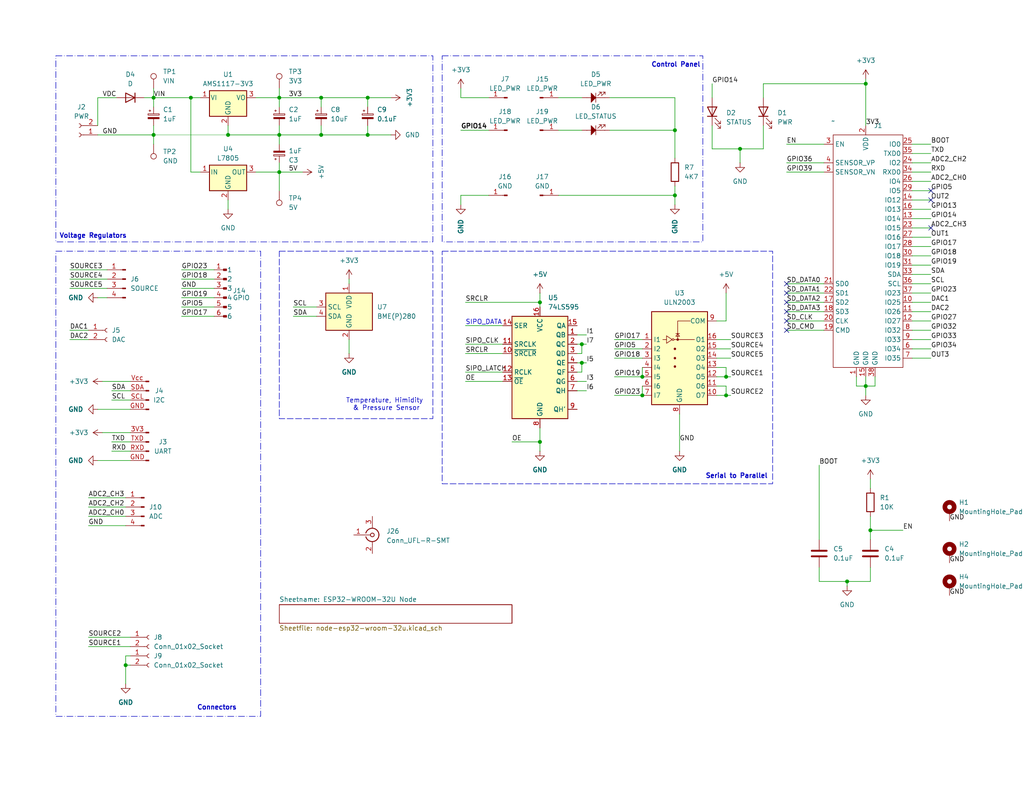
<source format=kicad_sch>
(kicad_sch (version 20231120) (generator "eeschema") (generator_version "8.0")
  (paper "USLetter")
  (title_block (title "ESP32 Sensor Node") (date "2024-07-03") (rev "v2.0") (comment 1 "ESP32-WROOM-32D Adapter"))
  (lib_symbols
    (symbol "+3V3_1" (power) (pin_numbers hide) (pin_names (offset 0) hide)
      (property "Value" "+3V3" (at 0 3.556 0))
      (symbol "+3V3_1_1_1"
        (pin power_in line (at 0 0 90) (length 0) (name "~") (number "1"))
      )
    )
    (symbol "+5V_1" (power) (pin_numbers hide) (pin_names (offset 0) hide)
      (property "Value" "+5V" (at 0 3.556 0))
      (symbol "+5V_1_1_1"
        (pin power_in line (at 0 0 90) (length 0) (name "~") (number "1"))
      )
    )
    (symbol "74xx:74LS595"
      (property "Reference" "U" (at -7.62 13.97 0))
      (property "Value" "74LS595" (at -7.62 -16.51 0))
      (symbol "74LS595_1_0"
        (pin tri_state line (at 10.16 7.62 180) (length 2.54) (name "QB") (number "1"))
        (pin input line (at -10.16 2.54 0) (length 2.54) (name "~{SRCLR}") (number "10"))
        (pin input line (at -10.16 5.08 0) (length 2.54) (name "SRCLK") (number "11"))
        (pin input line (at -10.16 -2.54 0) (length 2.54) (name "RCLK") (number "12"))
        (pin input line (at -10.16 -5.08 0) (length 2.54) (name "~{OE}") (number "13"))
        (pin input line (at -10.16 10.16 0) (length 2.54) (name "SER") (number "14"))
        (pin tri_state line (at 10.16 10.16 180) (length 2.54) (name "QA") (number "15"))
        (pin power_in line (at 0 15.24 270) (length 2.54) (name "VCC") (number "16"))
        (pin tri_state line (at 10.16 5.08 180) (length 2.54) (name "QC") (number "2"))
        (pin tri_state line (at 10.16 2.54 180) (length 2.54) (name "QD") (number "3"))
        (pin tri_state line (at 10.16 0 180) (length 2.54) (name "QE") (number "4"))
        (pin tri_state line (at 10.16 -2.54 180) (length 2.54) (name "QF") (number "5"))
        (pin tri_state line (at 10.16 -5.08 180) (length 2.54) (name "QG") (number "6"))
        (pin tri_state line (at 10.16 -7.62 180) (length 2.54) (name "QH") (number "7"))
        (pin power_in line (at 0 -17.78 90) (length 2.54) (name "GND") (number "8"))
        (pin output line (at 10.16 -12.7 180) (length 2.54) (name "QH'") (number "9"))
      )
    )
    (symbol "Alexander Symbol Library 2:Conn_UFL-R-SMT" (pin_names (offset 1.016) hide)
      (property "Reference" "J" (at -3.81 4.064 0))
      (property "Value" "Conn_UFL-R-SMT" (at 2.921 0 90))
      (symbol "Conn_UFL-R-SMT_1_1"
        (pin passive line (at -5.08 0 0) (length 2.54) (name "SIGNAL") (number "1"))
        (pin passive line (at 0 -5.08 90) (length 2.54) (name "GND") (number "2"))
        (pin passive line (at 0 5.08 270) (length 3.048) (name "GND") (number "3"))
      )
    )
    (symbol "Alexander Symbol Library:BME(P)280"
      (property "Reference" "U" (at -7.62 10.16 0))
      (property "Value" "BME(P)280" (at 5.08 10.16 0))
      (symbol "BME(P)280_1_1"
        (pin power_in line (at -1.27 10.16 270) (length 2.54) (name "VDD") (number "1"))
        (pin power_out line (at -1.27 -5.08 90) (length 2.54) (name "GND") (number "2"))
        (pin input line (at -10.16 3.81 0) (length 2.54) (name "SCL") (number "3"))
        (pin bidirectional line (at -10.16 1.27 0) (length 2.54) (name "SDA") (number "4"))
      )
    )
    (symbol "Alexander_Library_Symbols:Conn_2x3" (pin_names (offset 1.016))
      (property "Reference" "J" (at 0 0 0))
      (symbol "Conn_2x3_1_1"
        (pin bidirectional line (at -2.54 -2.54 0) (length 2.54) (name "1") (number "1"))
        (pin bidirectional line (at -2.54 -5.08 0) (length 2.54) (name "2") (number "2"))
        (pin bidirectional line (at -2.54 -7.62 0) (length 2.54) (name "3") (number "3"))
        (pin bidirectional line (at -2.54 -10.16 0) (length 2.54) (name "4") (number "4"))
        (pin bidirectional line (at -2.54 -12.7 0) (length 2.54) (name "5") (number "5"))
        (pin bidirectional line (at -2.54 -15.24 0) (length 2.54) (name "6") (number "6"))
      )
    )
    (symbol "Alexander_Library_Symbols:Conn_I2C_01x04" (pin_names (offset 1.016) hide)
      (property "Reference" "J" (at 0 5.08 0))
      (property "Value" "I2C" (at 0 -7.62 0))
      (symbol "Conn_I2C_01x04_1_1"
        (pin power_out line (at 5.08 -5.08 180) (length 3.81) (name "GND") (number "GND"))
        (pin bidirectional line (at 5.08 -2.54 180) (length 3.81) (name "SCL") (number "SCL"))
        (pin bidirectional line (at 5.08 0 180) (length 3.81) (name "SDA") (number "SDA"))
        (pin power_in line (at 5.08 2.54 180) (length 3.81) (name "VCC") (number "Vcc"))
      )
    )
    (symbol "Alexander_Library_Symbols:ESP32-WROOM-32D-SOCKET"
      (property "Reference" "J" (at 0 0 0))
      (symbol "ESP32-WROOM-32D-SOCKET_1_1"
        (pin power_out line (at 6.35 -69.85 90) (length 2.54) (name "GND") (number "1"))
        (pin bidirectional line (at 21.59 -49.53 180) (length 2.54) (name "IO25") (number "10"))
        (pin bidirectional line (at 21.59 -52.07 180) (length 2.54) (name "IO26") (number "11"))
        (pin bidirectional line (at 21.59 -54.61 180) (length 2.54) (name "IO27") (number "12"))
        (pin bidirectional line (at 21.59 -26.67 180) (length 2.54) (name "IO14") (number "13"))
        (pin bidirectional line (at 21.59 -21.59 180) (length 2.54) (name "IO12") (number "14"))
        (pin power_out line (at 8.89 -69.85 90) (length 2.54) (name "GND") (number "15"))
        (pin bidirectional line (at 21.59 -24.13 180) (length 2.54) (name "IO13") (number "16"))
        (pin input line (at -2.54 -49.53 0) (length 2.54) (name "SD2") (number "17"))
        (pin input line (at -2.54 -52.07 0) (length 2.54) (name "SD3") (number "18"))
        (pin input line (at -2.54 -57.15 0) (length 2.54) (name "CMD") (number "19"))
        (pin power_in line (at 8.89 -1.27 270) (length 2.54) (name "VDD") (number "2"))
        (pin input line (at -2.54 -54.61 0) (length 2.54) (name "CLK") (number "20"))
        (pin input line (at -2.54 -44.45 0) (length 2.54) (name "SD0") (number "21"))
        (pin input line (at -2.54 -46.99 0) (length 2.54) (name "SD1") (number "22"))
        (pin bidirectional line (at 21.59 -29.21 180) (length 2.54) (name "IO15") (number "23"))
        (pin bidirectional line (at 21.59 -11.43 180) (length 2.54) (name "IO2") (number "24"))
        (pin bidirectional line (at 21.59 -6.35 180) (length 2.54) (name "IO0") (number "25"))
        (pin bidirectional line (at 21.59 -16.51 180) (length 2.54) (name "IO4") (number "26"))
        (pin bidirectional line (at 21.59 -31.75 180) (length 2.54) (name "IO16") (number "27"))
        (pin bidirectional line (at 21.59 -34.29 180) (length 2.54) (name "IO17") (number "28"))
        (pin bidirectional line (at 21.59 -19.05 180) (length 2.54) (name "IO5") (number "29"))
        (pin input line (at -2.54 -6.35 0) (length 2.54) (name "EN") (number "3"))
        (pin bidirectional line (at 21.59 -36.83 180) (length 2.54) (name "IO18") (number "30"))
        (pin bidirectional line (at 21.59 -39.37 180) (length 2.54) (name "IO19") (number "31"))
        (pin bidirectional line (at 21.59 -41.91 180) (length 2.54) (name "SDA") (number "33"))
        (pin input line (at 21.59 -13.97 180) (length 2.54) (name "RXD0") (number "34"))
        (pin output line (at 21.59 -8.89 180) (length 2.54) (name "TXD0") (number "35"))
        (pin bidirectional line (at 21.59 -44.45 180) (length 2.54) (name "SCL") (number "36"))
        (pin bidirectional line (at 21.59 -46.99 180) (length 2.54) (name "IO23") (number "37"))
        (pin power_out line (at 11.43 -69.85 90) (length 2.54) (name "GND") (number "38"))
        (pin input line (at -2.54 -11.43 0) (length 2.54) (name "SENSOR_VP") (number "4"))
        (pin input line (at -2.54 -13.97 0) (length 2.54) (name "SENSOR_VN") (number "5"))
        (pin bidirectional line (at 21.59 -62.23 180) (length 2.54) (name "IO34") (number "6"))
        (pin bidirectional line (at 21.59 -64.77 180) (length 2.54) (name "IO35") (number "7"))
        (pin bidirectional line (at 21.59 -57.15 180) (length 2.54) (name "IO32") (number "8"))
        (pin bidirectional line (at 21.59 -59.69 180) (length 2.54) (name "IO33") (number "9"))
      )
    )
    (symbol "Conn_UART_1" (pin_names (offset 1.016) hide)
      (property "Reference" "J" (at 1.27 3.81 0))
      (property "Value" "UART" (at 2.54 -10.16 0))
      (symbol "Conn_UART_1_1_1"
        (pin power_in line (at 5.08 0 180) (length 3.81) (name "3V3") (number "3V3"))
        (pin power_out line (at 5.08 -7.62 180) (length 3.81) (name "GND") (number "GND"))
        (pin input line (at 5.08 -5.08 180) (length 3.81) (name "RXD") (number "RXD"))
        (pin output line (at 5.08 -2.54 180) (length 3.81) (name "TXD") (number "TXD"))
      )
    )
    (symbol "Connector:Conn_01x01_Pin" (pin_names (offset 1.016) hide)
      (property "Reference" "J" (at 0 2.54 0))
      (property "Value" "Conn_01x01_Pin" (at 0 -2.54 0))
      (symbol "Conn_01x01_Pin_1_1"
        (pin passive line (at 5.08 0 180) (length 3.81) (name "Pin_1") (number "1"))
      )
    )
    (symbol "Connector:Conn_01x02_Socket" (pin_names (offset 1.016) hide)
      (property "Reference" "J" (at 0 2.54 0))
      (property "Value" "Conn_01x02_Socket" (at 0 -5.08 0))
      (symbol "Conn_01x02_Socket_1_1"
        (pin passive line (at -5.08 0 0) (length 3.81) (name "Pin_1") (number "1"))
        (pin passive line (at -5.08 -2.54 0) (length 3.81) (name "Pin_2") (number "2"))
      )
    )
    (symbol "Connector:Conn_01x04_Pin" (pin_names (offset 1.016) hide)
      (property "Reference" "J" (at 0 5.08 0))
      (property "Value" "I2C" (at 0 -7.62 0))
      (symbol "Conn_01x04_Pin_1_1"
        (pin passive line (at 5.08 2.54 180) (length 3.81) (name "Pin_1") (number "1"))
        (pin passive line (at 5.08 0 180) (length 3.81) (name "Pin_2") (number "2"))
        (pin passive line (at 5.08 -2.54 180) (length 3.81) (name "Pin_3") (number "3"))
        (pin passive line (at 5.08 -5.08 180) (length 3.81) (name "Pin_4") (number "4"))
      )
    )
    (symbol "Connector:TestPoint" (pin_numbers hide) (pin_names (offset 0.762) hide)
      (property "Reference" "TP" (at 0 6.858 0))
      (property "Value" "TestPoint" (at 0 5.08 0))
      (symbol "TestPoint_1_1"
        (pin passive line (at 0 0 90) (length 2.54) (name "1") (number "1"))
      )
    )
    (symbol "Device:C" (pin_numbers hide) (pin_names (offset 0.254))
      (property "Reference" "C" (at 0.635 2.54 0))
      (property "Value" "C" (at 0.635 -2.54 0))
      (symbol "C_1_1"
        (pin passive line (at 0 3.81 270) (length 2.794) (name "~") (number "1"))
        (pin passive line (at 0 -3.81 90) (length 2.794) (name "~") (number "2"))
      )
    )
    (symbol "Device:C_Polarized_Small" (pin_numbers hide) (pin_names (offset 0.254) hide)
      (property "Reference" "C" (at 0.254 1.778 0))
      (property "Value" "C_Polarized_Small" (at 0.254 -2.032 0))
      (symbol "C_Polarized_Small_1_1"
        (pin passive line (at 0 2.54 270) (length 1.8542) (name "~") (number "1"))
        (pin passive line (at 0 -2.54 90) (length 1.8542) (name "~") (number "2"))
      )
    )
    (symbol "Device:D" (pin_numbers hide) (pin_names (offset 1.016) hide)
      (property "Reference" "D" (at 0 2.54 0))
      (property "Value" "D" (at 0 -2.54 0))
      (symbol "D_1_1"
        (pin passive line (at -3.81 0 0) (length 2.54) (name "K") (number "1"))
        (pin passive line (at 3.81 0 180) (length 2.54) (name "A") (number "2"))
      )
    )
    (symbol "Device:LED" (pin_numbers hide) (pin_names (offset 1.016) hide)
      (property "Reference" "D" (at 0 2.54 0))
      (property "Value" "LED" (at 0 -2.54 0))
      (symbol "LED_1_1"
        (pin passive line (at -3.81 0 0) (length 2.54) (name "K") (number "1"))
        (pin passive line (at 3.81 0 180) (length 2.54) (name "A") (number "2"))
      )
    )
    (symbol "Device:R" (pin_numbers hide) (pin_names (offset 0))
      (property "Reference" "R" (at 2.032 0 90))
      (property "Value" "R" (at 0 0 90))
      (symbol "R_1_1"
        (pin passive line (at 0 3.81 270) (length 1.27) (name "~") (number "1"))
        (pin passive line (at 0 -3.81 90) (length 1.27) (name "~") (number "2"))
      )
    )
    (symbol "GND_1" (power) (pin_numbers hide) (pin_names (offset 0) hide)
      (property "Value" "GND" (at 0 -3.81 0))
      (symbol "GND_1_1_1"
        (pin power_in line (at 0 0 270) (length 0) (name "~") (number "1"))
      )
    )
    (symbol "GND_3" (power) (pin_numbers hide) (pin_names (offset 0) hide)
      (property "Value" "GND" (at 0 -3.81 0))
      (symbol "GND_3_1_1"
        (pin power_in line (at 0 0 270) (length 0) (name "~") (number "1"))
      )
    )
    (symbol "GND_4" (power) (pin_numbers hide) (pin_names (offset 0) hide)
      (property "Value" "GND" (at 0 -3.81 0))
      (symbol "GND_4_1_1"
        (pin power_in line (at 0 0 270) (length 0) (name "~") (number "1"))
      )
    )
    (symbol "GND_5" (power) (pin_numbers hide) (pin_names (offset 0) hide)
      (property "Value" "GND" (at 0 -3.81 0))
      (symbol "GND_5_1_1"
        (pin power_in line (at 0 0 270) (length 0) (name "~") (number "1"))
      )
    )
    (symbol "Mechanical:MountingHole_Pad" (pin_numbers hide) (pin_names (offset 1.016) hide)
      (property "Reference" "H" (at 0 6.35 0))
      (property "Value" "MountingHole_Pad" (at 0 4.445 0))
      (symbol "MountingHole_Pad_1_1"
        (pin input line (at 0 -2.54 90) (length 2.54) (name "1") (number "1"))
      )
    )
    (symbol "PCM_SL_Devices:LED_5mm"
      (property "Reference" "D" (at -0.508 5.334 0))
      (property "Value" "LED_5mm" (at -0.508 2.794 0))
      (symbol "LED_5mm_1_1"
        (pin passive line (at 3.81 0 180) (length 1.5) (name "~") (number "1"))
        (pin passive line (at -3.81 0 0) (length 1.5) (name "") (number "2"))
      )
    )
    (symbol "Regulator_Linear:L7805" (pin_names (offset 0.254))
      (property "Reference" "U4" (at 0 6.35 0))
      (property "Value" "L7805" (at 0 3.81 0))
      (symbol "L7805_1_1"
        (pin power_in line (at -7.62 0 0) (length 2.54) (name "IN") (number "1"))
        (pin power_in line (at 0 -7.62 90) (length 2.54) (name "GND") (number "2"))
        (pin power_out line (at 7.62 0 180) (length 2.54) (name "OUT") (number "3"))
      )
    )
    (symbol "Regulator_Linear:LM78M05_TO220" (pin_names (offset 0.254))
      (property "Reference" "U" (at -3.81 3.175 0))
      (property "Value" "LM78M05_TO220" (at 0 3.175 0))
      (symbol "LM78M05_TO220_1_1"
        (pin power_in line (at -7.62 0 0) (length 2.54) (name "VI") (number "1"))
        (pin power_in line (at 0 -7.62 90) (length 2.54) (name "GND") (number "2"))
        (pin power_out line (at 7.62 0 180) (length 2.54) (name "VO") (number "3"))
      )
    )
    (symbol "Transistor_Array:ULN2003"
      (property "Reference" "U" (at 0 15.875 0))
      (property "Value" "ULN2003" (at 0 13.97 0))
      (symbol "ULN2003_1_1"
        (pin input line (at -10.16 5.08 0) (length 2.54) (name "I1") (number "1"))
        (pin open_collector line (at 10.16 -10.16 180) (length 2.54) (name "O7") (number "10"))
        (pin open_collector line (at 10.16 -7.62 180) (length 2.54) (name "O6") (number "11"))
        (pin open_collector line (at 10.16 -5.08 180) (length 2.54) (name "O5") (number "12"))
        (pin open_collector line (at 10.16 -2.54 180) (length 2.54) (name "O4") (number "13"))
        (pin open_collector line (at 10.16 0 180) (length 2.54) (name "O3") (number "14"))
        (pin open_collector line (at 10.16 2.54 180) (length 2.54) (name "O2") (number "15"))
        (pin open_collector line (at 10.16 5.08 180) (length 2.54) (name "O1") (number "16"))
        (pin input line (at -10.16 2.54 0) (length 2.54) (name "I2") (number "2"))
        (pin input line (at -10.16 0 0) (length 2.54) (name "I3") (number "3"))
        (pin input line (at -10.16 -2.54 0) (length 2.54) (name "I4") (number "4"))
        (pin input line (at -10.16 -5.08 0) (length 2.54) (name "I5") (number "5"))
        (pin input line (at -10.16 -7.62 0) (length 2.54) (name "I6") (number "6"))
        (pin input line (at -10.16 -10.16 0) (length 2.54) (name "I7") (number "7"))
        (pin power_in line (at 0 -15.24 90) (length 2.54) (name "GND") (number "8"))
        (pin passive line (at 10.16 10.16 180) (length 2.54) (name "COM") (number "9"))
      )
    )
    (symbol "power:+3V3" (power) (pin_names (offset 0))
      (property "Value" "+3V3" (at 0 3.556 0))
      (symbol "+3V3_1_1"
        (pin power_in line (at 0 0 90) (length 0) hide (name "+3V3") (number "1"))
      )
    )
    (symbol "power:+5V" (power) (pin_names (offset 0))
      (property "Value" "+5V" (at 0 3.556 0))
      (symbol "+5V_1_1"
        (pin power_in line (at 0 0 90) (length 0) hide (name "+5V") (number "1"))
      )
    )
    (symbol "power:GND" (power) (pin_names (offset 0))
      (property "Value" "GND" (at 0 -3.81 0))
      (symbol "GND_1_1"
        (pin power_in line (at 0 0 270) (length 0) hide (name "GND") (number "1"))
      )
    )
  )
  (junction (at 147.32 120.65))
  (junction (at 87.63 26.67))
  (junction (at 62.23 36.83))
  (junction (at 76.2 36.83))
  (junction (at 184.15 35.56))
  (junction (at 100.33 36.83))
  (junction (at 175.26 107.95))
  (junction (at 198.12 107.95))
  (junction (at 41.91 36.83))
  (junction (at 52.07 26.67))
  (junction (at 76.2 46.99))
  (junction (at 158.75 93.98))
  (junction (at 198.12 102.87))
  (junction (at 175.26 102.87))
  (junction (at 236.22 105.41))
  (junction (at 158.75 99.06))
  (junction (at 237.49 144.78))
  (junction (at 100.33 26.67))
  (junction (at 76.2 26.67))
  (junction (at 41.91 26.67))
  (junction (at 87.63 36.83))
  (junction (at 147.32 82.55))
  (junction (at 184.15 53.34))
  (junction (at 231.14 158.75))
  (junction (at 236.22 22.86))
  (junction (at 201.93 40.64))
  (junction (at 34.29 181.61))
  (no_connect (at 214.63 82.55))
  (no_connect (at 214.63 90.17))
  (no_connect (at 214.63 85.09))
  (no_connect (at 254 52.07))
  (no_connect (at 254 62.23))
  (no_connect (at 254 54.61))
  (no_connect (at 214.63 80.01))
  (no_connect (at 214.63 87.63))
  (no_connect (at 214.63 77.47))
  (wire (pts (xy 158.75 99.06) (xy 158.75 101.6)))
  (wire (pts (xy 248.92 44.45) (xy 254 44.45)))
  (wire (pts (xy 62.23 54.61) (xy 62.23 57.15)))
  (wire (pts (xy 52.07 26.67) (xy 54.61 26.67)))
  (wire (pts (xy 157.48 99.06) (xy 158.75 99.06)))
  (wire (pts (xy 214.63 87.63) (xy 224.79 87.63)))
  (wire (pts (xy 34.29 179.07) (xy 34.29 181.61)))
  (wire (pts (xy 30.48 109.22) (xy 35.56 109.22)))
  (wire (pts (xy 41.91 36.83) (xy 62.23 36.83)) (stroke (width 0.0254)))
  (wire (pts (xy 147.32 116.84) (xy 147.32 120.65)))
  (wire (pts (xy 198.12 105.41) (xy 198.12 107.95)))
  (wire (pts (xy 127 93.98) (xy 137.16 93.98)))
  (wire (pts (xy 184.15 26.67) (xy 184.15 35.56)))
  (wire (pts (xy 184.15 50.8) (xy 184.15 53.34)))
  (wire (pts (xy 24.13 173.99) (xy 35.56 173.99)))
  (wire (pts (xy 198.12 100.33) (xy 198.12 102.87)))
  (wire (pts (xy 223.52 158.75) (xy 231.14 158.75)))
  (wire (pts (xy 41.91 26.67) (xy 52.07 26.67)))
  (wire (pts (xy 248.92 49.53) (xy 254 49.53)))
  (wire (pts (xy 201.93 40.64) (xy 208.28 40.64)))
  (wire (pts (xy 214.63 85.09) (xy 224.79 85.09)))
  (wire (pts (xy 54.61 46.99) (xy 52.07 46.99)))
  (wire (pts (xy 30.48 120.65) (xy 35.56 120.65)))
  (wire (pts (xy 198.12 107.95) (xy 199.39 107.95)))
  (wire (pts (xy 24.13 140.97) (xy 34.29 140.97)))
  (wire (pts (xy 127 96.52) (xy 137.16 96.52)))
  (wire (pts (xy 236.22 21.59) (xy 236.22 22.86)))
  (wire (pts (xy 248.92 64.77) (xy 254 64.77)))
  (wire (pts (xy 27.94 104.14) (xy 35.56 104.14)))
  (wire (pts (xy 195.58 107.95) (xy 198.12 107.95)))
  (wire (pts (xy 62.23 34.29) (xy 62.23 36.83)))
  (wire (pts (xy 100.33 36.83) (xy 106.68 36.83)))
  (wire (pts (xy 195.58 92.71) (xy 199.39 92.71)))
  (wire (pts (xy 29.21 78.74) (xy 19.05 78.74)))
  (wire (pts (xy 233.68 105.41) (xy 236.22 105.41)))
  (wire (pts (xy 158.75 93.98) (xy 160.02 93.98)))
  (wire (pts (xy 125.73 26.67) (xy 125.73 24.13)))
  (wire (pts (xy 76.2 34.29) (xy 76.2 36.83)))
  (wire (pts (xy 175.26 105.41) (xy 175.26 107.95)))
  (wire (pts (xy 29.21 73.66) (xy 19.05 73.66)))
  (wire (pts (xy 248.92 39.37) (xy 254 39.37)))
  (wire (pts (xy 87.63 26.67) (xy 87.63 29.21)))
  (wire (pts (xy 49.53 83.82) (xy 58.42 83.82)))
  (wire (pts (xy 198.12 87.63) (xy 195.58 87.63)))
  (wire (pts (xy 198.12 102.87) (xy 199.39 102.87)))
  (wire (pts (xy 194.31 22.86) (xy 194.31 26.67)))
  (wire (pts (xy 26.67 81.28) (xy 29.21 81.28)))
  (wire (pts (xy 49.53 73.66) (xy 58.42 73.66)))
  (wire (pts (xy 147.32 82.55) (xy 147.32 83.82)))
  (wire (pts (xy 167.64 92.71) (xy 175.26 92.71)))
  (wire (pts (xy 125.73 53.34) (xy 125.73 55.88)))
  (wire (pts (xy 224.79 39.37) (xy 214.63 39.37)))
  (wire (pts (xy 166.37 35.56) (xy 184.15 35.56)))
  (wire (pts (xy 133.35 26.67) (xy 125.73 26.67)))
  (wire (pts (xy 147.32 80.01) (xy 147.32 82.55)))
  (wire (pts (xy 26.67 26.67) (xy 31.75 26.67)))
  (wire (pts (xy 233.68 102.87) (xy 233.68 105.41)))
  (wire (pts (xy 41.91 39.37) (xy 41.91 36.83)))
  (wire (pts (xy 19.05 90.17) (xy 24.13 90.17)))
  (wire (pts (xy 214.63 46.99) (xy 224.79 46.99)))
  (wire (pts (xy 49.53 76.2) (xy 58.42 76.2)))
  (wire (pts (xy 34.29 181.61) (xy 35.56 181.61)))
  (wire (pts (xy 27.94 118.11) (xy 35.56 118.11)))
  (wire (pts (xy 41.91 26.67) (xy 41.91 29.21)))
  (wire (pts (xy 237.49 140.97) (xy 237.49 144.78)))
  (wire (pts (xy 237.49 144.78) (xy 246.38 144.78)))
  (wire (pts (xy 248.92 92.71) (xy 254 92.71)))
  (wire (pts (xy 41.91 34.29) (xy 41.91 36.83)))
  (wire (pts (xy 201.93 44.45) (xy 201.93 40.64)))
  (wire (pts (xy 195.58 105.41) (xy 198.12 105.41)))
  (wire (pts (xy 152.4 35.56) (xy 158.75 35.56)))
  (wire (pts (xy 214.63 80.01) (xy 224.79 80.01)))
  (wire (pts (xy 198.12 80.01) (xy 198.12 87.63)))
  (wire (pts (xy 24.13 176.53) (xy 35.56 176.53)))
  (wire (pts (xy 214.63 77.47) (xy 224.79 77.47)))
  (wire (pts (xy 157.48 96.52) (xy 158.75 96.52)))
  (wire (pts (xy 157.48 104.14) (xy 160.02 104.14)))
  (wire (pts (xy 208.28 34.29) (xy 208.28 40.64)))
  (wire (pts (xy 52.07 26.67) (xy 52.07 46.99)))
  (wire (pts (xy 167.64 102.87) (xy 175.26 102.87)))
  (wire (pts (xy 35.56 179.07) (xy 34.29 179.07)))
  (wire (pts (xy 76.2 46.99) (xy 82.55 46.99)))
  (wire (pts (xy 41.91 24.13) (xy 41.91 26.67)))
  (wire (pts (xy 76.2 36.83) (xy 87.63 36.83)))
  (wire (pts (xy 152.4 26.67) (xy 158.75 26.67)))
  (wire (pts (xy 195.58 97.79) (xy 199.39 97.79)))
  (wire (pts (xy 248.92 90.17) (xy 254 90.17)))
  (wire (pts (xy 248.92 80.01) (xy 254 80.01)))
  (wire (pts (xy 237.49 154.94) (xy 237.49 158.75)))
  (wire (pts (xy 208.28 22.86) (xy 208.28 26.67)))
  (wire (pts (xy 127 88.9) (xy 137.16 88.9)))
  (wire (pts (xy 80.01 86.36) (xy 86.36 86.36)))
  (wire (pts (xy 35.56 111.76) (xy 26.67 111.76)))
  (wire (pts (xy 195.58 95.25) (xy 199.39 95.25)))
  (wire (pts (xy 30.48 123.19) (xy 35.56 123.19)))
  (wire (pts (xy 125.73 35.56) (xy 133.35 35.56)))
  (wire (pts (xy 87.63 26.67) (xy 100.33 26.67)))
  (wire (pts (xy 248.92 87.63) (xy 254 87.63)))
  (wire (pts (xy 194.31 40.64) (xy 201.93 40.64)))
  (wire (pts (xy 76.2 36.83) (xy 76.2 39.37)))
  (wire (pts (xy 248.92 41.91) (xy 254 41.91)))
  (wire (pts (xy 248.92 85.09) (xy 254 85.09)))
  (wire (pts (xy 237.49 144.78) (xy 237.49 147.32)))
  (wire (pts (xy 194.31 34.29) (xy 194.31 40.64)))
  (wire (pts (xy 147.32 120.65) (xy 147.32 123.19)))
  (wire (pts (xy 100.33 26.67) (xy 100.33 29.21)))
  (wire (pts (xy 62.23 36.83) (xy 76.2 36.83)))
  (wire (pts (xy 248.92 72.39) (xy 254 72.39)))
  (wire (pts (xy 214.63 90.17) (xy 224.79 90.17)))
  (wire (pts (xy 76.2 29.21) (xy 76.2 26.67)))
  (wire (pts (xy 236.22 22.86) (xy 236.22 34.29)))
  (wire (pts (xy 80.01 83.82) (xy 86.36 83.82)))
  (wire (pts (xy 248.92 46.99) (xy 254 46.99)))
  (wire (pts (xy 76.2 46.99) (xy 76.2 52.07)))
  (wire (pts (xy 248.92 57.15) (xy 254 57.15)))
  (wire (pts (xy 248.92 74.93) (xy 254 74.93)))
  (wire (pts (xy 26.67 36.83) (xy 41.91 36.83)))
  (wire (pts (xy 125.73 53.34) (xy 133.35 53.34)))
  (wire (pts (xy 49.53 81.28) (xy 58.42 81.28)))
  (wire (pts (xy 214.63 44.45) (xy 224.79 44.45)))
  (wire (pts (xy 157.48 91.44) (xy 160.02 91.44)))
  (wire (pts (xy 35.56 125.73) (xy 26.67 125.73)))
  (wire (pts (xy 248.92 62.23) (xy 254 62.23)))
  (wire (pts (xy 100.33 34.29) (xy 100.33 36.83)))
  (wire (pts (xy 167.64 107.95) (xy 175.26 107.95)))
  (wire (pts (xy 95.25 76.2) (xy 95.25 77.47)))
  (wire (pts (xy 49.53 86.36) (xy 58.42 86.36)))
  (wire (pts (xy 236.22 105.41) (xy 236.22 107.95)))
  (wire (pts (xy 248.92 54.61) (xy 254 54.61)))
  (wire (pts (xy 248.92 82.55) (xy 254 82.55)))
  (wire (pts (xy 248.92 97.79) (xy 254 97.79)))
  (wire (pts (xy 76.2 44.45) (xy 76.2 46.99)))
  (wire (pts (xy 127 101.6) (xy 137.16 101.6)))
  (wire (pts (xy 223.52 127) (xy 223.52 147.32)))
  (wire (pts (xy 24.13 135.89) (xy 34.29 135.89)))
  (wire (pts (xy 167.64 97.79) (xy 175.26 97.79)))
  (wire (pts (xy 184.15 53.34) (xy 184.15 55.88)))
  (wire (pts (xy 24.13 138.43) (xy 34.29 138.43)))
  (wire (pts (xy 69.85 46.99) (xy 76.2 46.99)))
  (wire (pts (xy 69.85 26.67) (xy 76.2 26.67)))
  (wire (pts (xy 19.05 92.71) (xy 24.13 92.71)))
  (wire (pts (xy 34.29 181.61) (xy 34.29 186.69)))
  (wire (pts (xy 127 82.55) (xy 147.32 82.55)))
  (wire (pts (xy 238.76 105.41) (xy 236.22 105.41)))
  (wire (pts (xy 248.92 52.07) (xy 254 52.07)))
  (wire (pts (xy 157.48 93.98) (xy 158.75 93.98)))
  (wire (pts (xy 238.76 102.87) (xy 238.76 105.41)))
  (wire (pts (xy 248.92 95.25) (xy 254 95.25)))
  (wire (pts (xy 184.15 35.56) (xy 184.15 43.18)))
  (wire (pts (xy 139.7 120.65) (xy 147.32 120.65)))
  (wire (pts (xy 248.92 69.85) (xy 254 69.85)))
  (wire (pts (xy 76.2 24.13) (xy 76.2 26.67)))
  (wire (pts (xy 248.92 59.69) (xy 254 59.69)))
  (wire (pts (xy 237.49 130.81) (xy 237.49 133.35)))
  (wire (pts (xy 195.58 100.33) (xy 198.12 100.33)))
  (wire (pts (xy 87.63 34.29) (xy 87.63 36.83)))
  (wire (pts (xy 30.48 106.68) (xy 35.56 106.68)))
  (wire (pts (xy 248.92 77.47) (xy 254 77.47)))
  (wire (pts (xy 26.67 26.67) (xy 26.67 34.29)))
  (wire (pts (xy 175.26 100.33) (xy 175.26 102.87)))
  (wire (pts (xy 152.4 53.34) (xy 184.15 53.34)))
  (wire (pts (xy 231.14 158.75) (xy 231.14 160.02)))
  (wire (pts (xy 24.13 143.51) (xy 34.29 143.51)))
  (wire (pts (xy 214.63 82.55) (xy 224.79 82.55)))
  (wire (pts (xy 157.48 101.6) (xy 158.75 101.6)))
  (wire (pts (xy 157.48 106.68) (xy 160.02 106.68)))
  (wire (pts (xy 95.25 92.71) (xy 95.25 96.52)))
  (wire (pts (xy 223.52 154.94) (xy 223.52 158.75)))
  (wire (pts (xy 195.58 102.87) (xy 198.12 102.87)))
  (wire (pts (xy 185.42 113.03) (xy 185.42 123.19)))
  (wire (pts (xy 76.2 26.67) (xy 87.63 26.67)))
  (wire (pts (xy 49.53 78.74) (xy 58.42 78.74)))
  (wire (pts (xy 29.21 76.2) (xy 19.05 76.2)))
  (wire (pts (xy 231.14 158.75) (xy 237.49 158.75)))
  (wire (pts (xy 208.28 22.86) (xy 236.22 22.86)))
  (wire (pts (xy 158.75 99.06) (xy 160.02 99.06)))
  (wire (pts (xy 236.22 102.87) (xy 236.22 105.41)))
  (wire (pts (xy 158.75 96.52) (xy 158.75 93.98)))
  (wire (pts (xy 248.92 67.31) (xy 254 67.31)))
  (wire (pts (xy 167.64 95.25) (xy 175.26 95.25)))
  (wire (pts (xy 166.37 26.67) (xy 184.15 26.67)))
  (wire (pts (xy 87.63 36.83) (xy 100.33 36.83)))
  (wire (pts (xy 100.33 26.67) (xy 106.68 26.67)))
  (wire (pts (xy 39.37 26.67) (xy 41.91 26.67)))
  (wire (pts (xy 127 104.14) (xy 137.16 104.14)))
  (rectangle (start 120.65 68.58) (end 210.82 132.08) (stroke (width 0) (type dash)))
  (rectangle (start 15.24 68.58) (end 71.12 195.58) (stroke (width 0) (type dash_dot)))
  (rectangle (start 76.2 68.58) (end 118.11 114.3) (stroke (width 0) (type dash)))
  (rectangle (start 120.65 15.24) (end 191.77 66.04) (stroke (width 0) (type dash_dot)))
  (rectangle (start 15.24 15.24) (end 118.11 66.04) (stroke (width 0) (type dash_dot)))
  (text "Voltage Regulators" (at 25.4 63.754 0) (effects (font (size 1.27 1.27) (thickness 0.254) (bold yes)) (justify top)))
  (text "Control Panel " (at 184.912 17.78 0) (effects (font (size 1.27 1.27) (thickness 0.254) (bold yes))))
  (text "Connectors\n" (at 59.182 193.294 0) (effects (font (size 1.27 1.27) (thickness 0.254) (bold yes))))
  (text "Serial to Parallel" (at 209.55 130.81 0) (effects (font (size 1.27 1.27) (bold yes)) (justify right bottom)))
  (text "Temperature, Himidity \n& Pressure Sensor" (at 105.41 110.49 0) (effects (font (size 1.27 1.27))))
  (label "SOURCE5" (at 199.39 97.79 0))
  (label "GND" (at 259.08 142.24 0))
  (label "SOURCE3" (at 19.05 73.66 0))
  (label "SOURCE4" (at 19.05 76.2 0))
  (label "SD_DATA1" (at 214.63 80.01 0))
  (label "SOURCE1" (at 24.13 176.53 0))
  (label "I7" (at 160.02 93.98 0))
  (label "GPIO5" (at 254 52.07 0))
  (label "SOURCE5" (at 19.05 78.74 0))
  (label "ADC2_CH2" (at 254 44.45 0))
  (label "OUT1" (at 254 64.77 0))
  (label "GPIO33" (at 254 92.71 0))
  (label "GPIO23" (at 167.64 107.95 0))
  (label "I3" (at 160.02 104.14 0))
  (label "OUT2" (at 254 54.61 0))
  (label "SD_DATA0" (at 214.63 77.47 0))
  (label "GPIO23" (at 254 80.01 0))
  (label "VDC" (at 27.94 26.67 0))
  (label "GPIO13" (at 254 57.15 0))
  (label "SCL" (at 80.01 83.82 0))
  (label "GPIO19" (at 167.64 102.87 0))
  (label "SIPO_CLK" (at 127 93.98 0))
  (label "SD_CLK" (at 214.63 87.63 0))
  (label "DAC2" (at 19.05 92.71 0))
  (label "OE" (at 139.7 120.65 0))
  (label "TXD" (at 254 41.91 0))
  (label "GPIO17" (at 167.64 92.71 0))
  (label "GPIO34" (at 254 95.25 0))
  (label "BOOT" (at 223.52 127 0))
  (label "ADC2_CH2" (at 24.13 138.43 0))
  (label "GPIO5" (at 167.64 95.25 0))
  (label "SDA" (at 254 74.93 0))
  (label "SD_CMD" (at 214.63 90.17 0))
  (label "ADC2_CH0" (at 24.13 140.97 0))
  (label "SD_DATA3" (at 214.63 85.09 0))
  (label "SIPO_LATCH" (at 127 101.6 0))
  (label "I5" (at 160.02 99.06 0))
  (label "GPIO23" (at 49.53 73.66 0))
  (label "GPIO5" (at 49.53 83.82 0))
  (label "SD_DATA2" (at 214.63 82.55 0))
  (label "GND" (at 24.13 143.51 0))
  (label "EN" (at 246.38 144.78 0))
  (label "SCL" (at 254 77.47 0))
  (label "GPIO18" (at 254 69.85 0))
  (label "GPIO14" (at 194.31 22.86 0))
  (label "GPIO14" (at 254 59.69 0))
  (label "RXD" (at 30.48 123.19 0))
  (label "SCL" (at 30.48 109.22 0))
  (label "GPIO18" (at 167.64 97.79 0))
  (label "GND" (at 49.53 78.74 0))
  (label "3V3" (at 236.22 34.29 0))
  (label "ADC2_CH3" (at 254 62.23 0))
  (label "OUT3" (at 254 97.79 0))
  (label "GPIO39" (at 214.63 46.99 0))
  (label "SOURCE1" (at 199.39 102.87 0))
  (label "GND" (at 259.08 153.67 0))
  (label "GPIO17" (at 49.53 86.36 0))
  (label "GPIO18" (at 49.53 76.2 0))
  (label "SOURCE2" (at 199.39 107.95 0))
  (label "BOOT" (at 254 39.37 0))
  (label "SRCLR" (at 127 82.55 0))
  (label "SOURCE3" (at 199.39 92.71 0))
  (label "ADC2_CH0" (at 254 49.53 0))
  (label "5V" (at 78.74 46.99 0))
  (label "ADC2_CH3" (at 24.13 135.89 0))
  (label "GND" (at 259.08 162.56 0))
  (label "VIN" (at 41.91 26.67 0))
  (label "DAC2" (at 254 85.09 0))
  (label "SDA" (at 80.01 86.36 0))
  (label "DAC1" (at 254 82.55 0))
  (label "3V3" (at 78.74 26.67 0))
  (label "OE" (at 127 104.14 0))
  (label "SDA" (at 30.48 106.68 0))
  (label "SRCLR" (at 127 96.52 0))
  (label "GPIO19" (at 49.53 81.28 0))
  (label "GPIO36" (at 214.63 44.45 0))
  (label "GPIO19" (at 254 72.39 0))
  (label "GPIO27" (at 254 87.63 0))
  (label "GND" (at 27.94 36.83 0))
  (label "I1" (at 160.02 91.44 0))
  (label "GPIO32" (at 254 90.17 0))
  (label "DAC1" (at 19.05 90.17 0))
  (label "EN" (at 214.63 39.37 0))
  (label "I6" (at 160.02 106.68 0))
  (label "SIPO_DATA" (at 127 88.9 0))
  (label "GND" (at 185.42 120.65 0))
  (label "GPIO17" (at 254 67.31 0))
  (label "GPIO14" (at 125.73 35.56 0) (effects (font (bold yes))))
  (label "SOURCE4" (at 199.39 95.25 0))
  (label "TXD" (at 30.48 120.65 0))
  (label "SOURCE2" (at 24.13 173.99 0))
  (label "RXD" (at 254 46.99 0))
  (symbol (lib_id "Connector:Conn_01x02_Socket") (at 29.21 90.17 0) (unit 1)
    (property "Reference" "J5" (at 30.48 90.1699 0) (effects (justify left)))
    (property "Value" "DAC" (at 30.48 92.7099 0) (effects (justify left)))
    (property "Footprint" "Connector_PinSocket_2.54mm:PinSocket_1x02_P2.54mm_Vertical" (effects (hide yes)))
  )
  (symbol (lib_id "power:GND") (at 106.68 36.83 90) (unit 1)
    (property "Reference" "#PWR03" (effects (hide yes)))
    (property "Value" "GND" (at 110.49 36.8299 90) (effects (justify right)))
  )
  (symbol (lib_id "Connector:Conn_01x04_Pin") (at 39.37 138.43 0) (mirror y) (unit 1)
    (property "Reference" "J10" (at 40.64 138.4299 0) (effects (justify right)))
    (property "Value" "ADC" (at 40.64 140.9699 0) (effects (justify right)))
    (property "Footprint" "Connector_PinSocket_2.54mm:PinSocket_1x04_P2.54mm_Vertical" (effects (hide yes)))
  )
  (symbol (lib_id "power:+3V3") (at 95.25 76.2 0) (unit 1)
    (property "Reference" "#PWR022" (effects (hide yes)))
    (property "Value" "+3V3" (at 95.25 71.12 0))
  )
  (symbol (lib_id "power:GND") (at 26.67 81.28 270) (unit 1)
    (property "Reference" "#PWR023" (effects (hide yes)))
    (property "Value" "GND" (at 22.86 81.28 90) (effects (font (bold yes)) (justify right)))
  )
  (symbol (lib_id "power:+3V3") (at 27.94 118.11 90) (unit 1)
    (property "Reference" "#PWR06" (effects (hide yes)))
    (property "Value" "+3V3" (at 24.13 118.1099 90) (effects (justify left)))
  )
  (symbol (lib_id "Alexander Symbol Library:BME(P)280") (at 96.52 87.63 0) (unit 1)
    (property "Reference" "U7" (at 102.87 83.8199 0) (effects (justify left)))
    (property "Value" "BME(P)280" (at 102.87 86.3599 0) (effects (justify left)))
    (property "Footprint" "Alexander Footprint Library:BME280_BMP280_I2C" (effects (hide yes)))
    (property "Description" "Absolute Barometric Pressure Sensor" (effects (hide yes)))
  )
  (symbol (lib_id "Device:LED") (at 194.31 30.48 90) (unit 1)
    (property "Reference" "D2" (at 198.12 30.7974 90) (effects (justify right)))
    (property "Value" "STATUS" (at 198.12 33.3374 90) (effects (justify right)))
    (property "Footprint" "LED_SMD:LED_1210_3225Metric_Pad1.42x2.65mm_HandSolder" (effects (hide yes)))
    (property "Description" "Light emitting diode" (effects (hide yes)))
  )
  (symbol (lib_id "Connector:Conn_01x01_Pin") (at 147.32 35.56 0) (mirror x) (unit 1)
    (property "Reference" "J19" (at 147.955 30.48 0))
    (property "Value" "LED_PWR" (at 147.955 33.02 0))
    (property "Footprint" "Alexander Footprint Library:Pad_1x01_P2.54_SMD" (effects (hide yes)))
    (property "Description" "Generic connector, single row, 01x01, script generated" (effects (hide yes)))
  )
  (symbol (lib_id "power:+3V3") (at 27.94 104.14 90) (unit 1)
    (property "Reference" "#PWR08" (effects (hide yes)))
    (property "Value" "+3V3" (at 24.13 104.14 90) (effects (justify left)))
  )
  (symbol (lib_id "power:+5V") (at 198.12 80.01 0) (unit 1)
    (property "Reference" "#PWR012" (effects (hide yes)))
    (property "Value" "+5V" (at 198.12 74.93 0))
  )
  (symbol (lib_id "Device:C_Polarized_Small") (at 87.63 31.75 0) (unit 1)
    (property "Reference" "C8" (at 90.17 29.9338 0) (effects (justify left)))
    (property "Value" "10uF" (at 90.17 32.4738 0) (effects (justify left)))
    (property "Footprint" "Capacitor_SMD:CP_Elec_3x5.3" (effects (hide yes)))
  )
  (symbol (lib_id "Transistor_Array:ULN2003") (at 185.42 97.79 0) (unit 1)
    (property "Reference" "U3" (at 185.42 80.01 0))
    (property "Value" "ULN2003" (at 185.42 82.55 0))
    (property "Footprint" "Package_DIP:DIP-16_W7.62mm" (effects (hide yes)))
    (property "Datasheet" "http://www.ti.com/lit/ds/symlink/uln2003a.pdf" (effects (hide yes)))
  )
  (symbol (lib_id "PCM_SL_Devices:LED_5mm") (at 162.56 26.67 0) (unit 1)
    (property "Reference" "D5" (at 162.56 20.32 0))
    (property "Value" "LED_PWR" (at 162.56 22.86 0))
    (property "Footprint" "LED_THT:LED_D5.0mm" (effects (hide yes)))
    (property "Description" "Common 5mm diameter LED" (effects (hide yes)))
  )
  (symbol (lib_name "Conn_UART_1") (lib_id "Alexander_Library_Symbols:Conn_UART") (at 40.64 118.11 0) (mirror y) (unit 1)
    (property "Reference" "J3" (at 44.45 120.65 0))
    (property "Value" "UART" (at 44.45 123.19 0))
    (property "Footprint" "Alexander Footprints Library:Conn_UART" (effects (hide yes)))
  )
  (symbol (lib_id "Device:C_Polarized_Small") (at 76.2 41.91 0) (mirror x) (unit 1)
    (property "Reference" "C3" (at 78.74 43.7261 0) (effects (justify left)))
    (property "Value" "1uF" (at 78.74 41.1861 0) (effects (justify left)))
    (property "Footprint" "Capacitor_THT:CP_Radial_D4.0mm_P2.00mm" (effects (hide yes)))
  )
  (symbol (lib_id "Device:C_Polarized_Small") (at 41.91 31.75 0) (unit 1)
    (property "Reference" "C1" (at 44.45 29.9339 0) (effects (justify left)))
    (property "Value" "1uF" (at 44.45 32.4739 0) (effects (justify left)))
    (property "Footprint" "Capacitor_THT:CP_Radial_D4.0mm_P2.00mm" (effects (hide yes)))
  )
  (symbol (lib_id "power:GND") (at 26.67 111.76 270) (unit 1)
    (property "Reference" "#PWR09" (effects (hide yes)))
    (property "Value" "GND" (at 22.86 111.76 90) (effects (font (bold yes)) (justify right)))
  )
  (symbol (lib_name "GND_4") (lib_id "power:GND") (at 147.32 123.19 0) (unit 1)
    (property "Reference" "#PWR016" (effects (hide yes)))
    (property "Value" "GND" (at 147.32 128.27 0) (effects (font (bold yes))))
    (property "Description" "Power symbol creates a global label with name \"GND\" , ground" (effects (hide yes)))
  )
  (symbol (lib_id "power:GND") (at 26.67 125.73 270) (unit 1)
    (property "Reference" "#PWR07" (effects (hide yes)))
    (property "Value" "GND" (at 22.86 125.73 90) (effects (font (bold yes)) (justify right)))
  )
  (symbol (lib_id "74xx:74LS595") (at 147.32 99.06 0) (unit 1) (on_board no)
    (property "Reference" "U5" (at 149.5141 81.28 0) (effects (justify left)))
    (property "Value" "74LS595" (at 149.5141 83.82 0) (effects (justify left)))
    (property "Footprint" "Package_DIP:DIP-16_W7.62mm" (effects (hide yes)))
    (property "Datasheet" "http://www.ti.com/lit/gpn/sn74ls595" (effects (hide yes)))
    (property "Description" "8-bit serial in/out Shift Register 3-State Outputs" (effects (hide yes)))
  )
  (symbol (lib_id "Connector:Conn_01x01_Pin") (at 147.32 26.67 0) (mirror x) (unit 1)
    (property "Reference" "J15" (at 147.955 21.59 0))
    (property "Value" "LED_PWR" (at 147.955 24.13 0))
    (property "Footprint" "Alexander Footprint Library:Pad_1x01_P2.54_SMD" (effects (hide yes)))
    (property "Description" "Generic connector, single row, 01x01, script generated" (effects (hide yes)))
  )
  (symbol (lib_id "Mechanical:MountingHole_Pad") (at 259.08 151.13 0) (unit 1)
    (property "Reference" "H2" (at 261.62 148.59 0) (effects (justify left)))
    (property "Value" "MountingHole_Pad" (at 261.62 151.13 0) (effects (justify left)))
    (property "Footprint" "MountingHole:MountingHole_3mm" (effects (hide yes)))
  )
  (symbol (lib_id "power:GND") (at 185.42 123.19 0) (unit 1)
    (property "Reference" "#PWR010" (effects (hide yes)))
    (property "Value" "GND" (at 185.42 128.27 0) (effects (font (bold yes))))
  )
  (symbol (lib_name "GND_3") (lib_id "power:GND") (at 201.93 44.45 0) (unit 1)
    (property "Reference" "#PWR015" (effects (hide yes)))
    (property "Value" "GND" (at 201.93 49.53 0))
    (property "Description" "Power symbol creates a global label with name \"GND\" , ground" (effects (hide yes)))
  )
  (symbol (lib_id "Connector:Conn_01x02_Socket") (at 40.64 179.07 0) (unit 1)
    (property "Reference" "J9" (at 41.91 179.07 0) (effects (justify left)))
    (property "Value" "Conn_01x02_Socket" (at 41.91 181.61 0) (effects (justify left)))
    (property "Footprint" "Alexander Footprints Library:Conn_Terminal_5mm" (effects (hide yes)))
  )
  (symbol (lib_id "Connector:Conn_01x04_Pin") (at 34.29 76.2 0) (mirror y) (unit 1)
    (property "Reference" "J6" (at 35.56 76.1999 0) (effects (justify right)))
    (property "Value" "SOURCE" (at 35.56 78.7399 0) (effects (justify right)))
    (property "Footprint" "Connector_PinSocket_2.54mm:PinSocket_1x04_P2.54mm_Vertical" (effects (hide yes)))
  )
  (symbol (lib_id "power:+3V3") (at 237.49 130.81 0) (unit 1)
    (property "Reference" "#PWR024" (effects (hide yes)))
    (property "Value" "+3V3" (at 237.49 125.73 0))
  )
  (symbol (lib_name "GND_3") (lib_id "power:GND") (at 231.14 160.02 0) (unit 1)
    (property "Reference" "#PWR025" (effects (hide yes)))
    (property "Value" "GND" (at 231.14 165.1 0))
    (property "Description" "Power symbol creates a global label with name \"GND\" , ground" (effects (hide yes)))
  )
  (symbol (lib_id "Device:C") (at 237.49 151.13 0) (unit 1)
    (property "Reference" "C4" (at 241.3 149.8599 0) (effects (justify left)))
    (property "Value" "0.1uF" (at 241.3 152.3999 0) (effects (justify left)))
    (property "Footprint" "Capacitor_SMD:CP_Elec_3x5.3" (effects (hide yes)))
    (property "Description" "Unpolarized capacitor" (effects (hide yes)))
  )
  (symbol (lib_name "GND_1") (lib_id "power:GND") (at 34.29 186.69 0) (unit 1)
    (property "Reference" "#PWR014" (effects (hide yes)))
    (property "Value" "GND" (at 34.29 191.77 0) (effects (font (bold yes))))
    (property "Description" "Power symbol creates a global label with name \"GND\" , ground" (effects (hide yes)))
  )
  (symbol (lib_name "+3V3_1") (lib_id "power:+3V3") (at 125.73 24.13 0) (unit 1)
    (property "Reference" "#PWR026" (effects (hide yes)))
    (property "Value" "+3V3" (at 125.73 19.05 0))
    (property "Description" "Power symbol creates a global label with name \"+3V3\"" (effects (hide yes)))
  )
  (symbol (lib_id "Device:D") (at 35.56 26.67 180) (unit 1)
    (property "Reference" "D4" (at 35.56 20.32 0))
    (property "Value" "D" (at 35.56 22.86 0))
    (property "Footprint" "Diode_SMD:D_1210_3225Metric" (effects (hide yes)))
    (property "Description" "Diode" (effects (hide yes)))
    (property "Sim.Device" "D" (effects (hide yes)))
    (property "Sim.Pins" "1=K 2=A" (effects (hide yes)))
  )
  (symbol (lib_id "Connector:TestPoint") (at 76.2 52.07 180) (unit 1)
    (property "Reference" "TP4" (at 78.74 54.1019 0) (effects (justify right)))
    (property "Value" "5V" (at 78.74 56.6419 0) (effects (justify right)))
    (property "Footprint" "TestPoint:TestPoint_Pad_D1.5mm" (effects (hide yes)))
    (property "Description" "test point" (effects (hide yes)))
  )
  (symbol (lib_id "PCM_SL_Devices:LED_5mm") (at 162.56 35.56 0) (unit 1)
    (property "Reference" "D6" (at 162.56 29.21 0))
    (property "Value" "LED_STATUS" (at 162.56 31.75 0))
    (property "Footprint" "LED_THT:LED_D5.0mm" (effects (hide yes)))
    (property "Description" "Common 5mm diameter LED" (effects (hide yes)))
  )
  (symbol (lib_id "Connector:Conn_01x02_Socket") (at 40.64 173.99 0) (unit 1)
    (property "Reference" "J8" (at 41.91 173.99 0) (effects (justify left)))
    (property "Value" "Conn_01x02_Socket" (at 41.91 176.53 0) (effects (justify left)))
    (property "Footprint" "Alexander Footprints Library:Conn_Terminal_5mm" (effects (hide yes)))
  )
  (symbol (lib_id "Connector:Conn_01x02_Socket") (at 21.59 36.83 180) (unit 1)
    (property "Reference" "J2" (at 22.225 29.21 0))
    (property "Value" "PWR" (at 22.225 31.75 0))
    (property "Footprint" "Connector_PinSocket_2.54mm:PinSocket_1x02_P2.54mm_Vertical" (effects (hide yes)))
  )
  (symbol (lib_id "Regulator_Linear:L7805") (at 62.23 46.99 0) (unit 1)
    (property "Reference" "U4" (at 62.23 40.64 0))
    (property "Value" "L7805" (at 62.23 43.18 0))
    (property "Footprint" "Alexander Footprint Library:LD1117" (effects (hide yes)))
    (property "Datasheet" "datasheets/Voltage-Regulator_L7805.pdf" (effects (hide yes)))
    (property "Description" "Voltage Regulator 1.5A Positive" (effects (hide yes)))
  )
  (symbol (lib_id "Device:R") (at 184.15 46.99 0) (unit 1)
    (property "Reference" "R7" (at 186.69 45.7199 0) (effects (justify left)))
    (property "Value" "4K7" (at 186.69 48.2599 0) (effects (justify left)))
    (property "Footprint" "Resistor_SMD:R_1206_3216Metric_Pad1.30x1.75mm_HandSolder" (effects (hide yes)))
  )
  (symbol (lib_id "Device:C_Polarized_Small") (at 100.33 31.75 0) (unit 1)
    (property "Reference" "C9" (at 102.87 29.9338 0) (effects (justify left)))
    (property "Value" "0.1uF" (at 102.87 32.4738 0) (effects (justify left)))
    (property "Footprint" "Capacitor_SMD:CP_Elec_3x5.3" (effects (hide yes)))
  )
  (symbol (lib_id "Device:LED") (at 208.28 30.48 90) (unit 1)
    (property "Reference" "D1" (at 212.09 30.7974 90) (effects (justify right)))
    (property "Value" "PWR" (at 212.09 33.3374 90) (effects (justify right)))
    (property "Footprint" "LED_SMD:LED_1210_3225Metric_Pad1.42x2.65mm_HandSolder" (effects (hide yes)))
    (property "Description" "Light emitting diode" (effects (hide yes)))
  )
  (symbol (lib_id "Alexander Symbol Library 2:Conn_UFL-R-SMT") (at 101.6 146.05 0) (unit 1) (on_board no)
    (property "Reference" "J26" (at 105.41 145.0339 0) (effects (justify left)))
    (property "Value" "Conn_UFL-R-SMT" (at 105.41 147.5739 0) (effects (justify left)))
    (property "Footprint" "Alexander Footprint Library:COAX2_U.FL-R-SMT-101_HIR" (effects (hide yes)))
    (property "Datasheet" " ~" (effects (hide yes)))
    (property "Description" "coaxial connector (BNC, SMA, SMB, SMC, Cinch/RCA, LEMO, ...)" (effects (hide yes)))
  )
  (symbol (lib_id "power:GND") (at 125.73 55.88 0) (unit 1)
    (property "Reference" "#PWR028" (effects (hide yes)))
    (property "Value" "GND" (at 125.73 59.69 90) (effects (font (bold yes)) (justify right)))
  )
  (symbol (lib_id "Connector:Conn_01x01_Pin") (at 138.43 35.56 180) (unit 1)
    (property "Reference" "J18" (at 137.795 30.48 0))
    (property "Value" "LED_PWR" (at 137.795 33.02 0))
    (property "Footprint" "Alexander Footprint Library:PinSocket_1x01_P2.54" (effects (hide yes)))
    (property "Description" "Generic connector, single row, 01x01, script generated" (effects (hide yes)))
  )
  (symbol (lib_id "power:GND") (at 62.23 57.15 0) (unit 1)
    (property "Reference" "#PWR013" (effects (hide yes)))
    (property "Value" "GND" (at 62.23 62.23 0))
  )
  (symbol (lib_id "Device:C_Polarized_Small") (at 76.2 31.75 0) (unit 1)
    (property "Reference" "C2" (at 78.74 29.9339 0) (effects (justify left)))
    (property "Value" "1uF" (at 78.74 32.4739 0) (effects (justify left)))
    (property "Footprint" "Capacitor_THT:CP_Radial_D4.0mm_P2.00mm" (effects (hide yes)))
  )
  (symbol (lib_id "Connector:Conn_01x01_Pin") (at 138.43 26.67 180) (unit 1)
    (property "Reference" "J7" (at 137.795 21.59 0))
    (property "Value" "LED_PWR" (at 137.795 24.13 0))
    (property "Footprint" "Alexander Footprint Library:PinSocket_1x01_P2.54" (effects (hide yes)))
    (property "Description" "Generic connector, single row, 01x01, script generated" (effects (hide yes)))
  )
  (symbol (lib_id "power:+3V3") (at 236.22 21.59 0) (unit 1)
    (property "Reference" "#PWR02" (effects (hide yes)))
    (property "Value" "+3V3" (at 236.22 16.51 0))
  )
  (symbol (lib_id "Connector:TestPoint") (at 41.91 39.37 180) (unit 1)
    (property "Reference" "TP2" (at 44.45 41.4019 0) (effects (justify right)))
    (property "Value" "GND" (at 44.45 43.9419 0) (effects (justify right)))
    (property "Footprint" "TestPoint:TestPoint_Pad_D1.5mm" (effects (hide yes)))
    (property "Description" "test point" (effects (hide yes)))
  )
  (symbol (lib_id "Connector:Conn_01x01_Pin") (at 138.43 53.34 180) (unit 1)
    (property "Reference" "J16" (at 137.795 48.26 0))
    (property "Value" "GND" (at 137.795 50.8 0))
    (property "Footprint" "Alexander Footprint Library:PinSocket_1x01_P2.54" (effects (hide yes)))
    (property "Description" "Generic connector, single row, 01x01, script generated" (effects (hide yes)))
  )
  (symbol (lib_id "power:+5V") (at 82.55 46.99 270) (unit 1)
    (property "Reference" "#PWR05" (effects (hide yes)))
    (property "Value" "+5V" (at 87.63 46.99 0))
  )
  (symbol (lib_id "Mechanical:MountingHole_Pad") (at 259.08 139.7 0) (unit 1)
    (property "Reference" "H1" (at 261.62 137.16 0) (effects (justify left)))
    (property "Value" "MountingHole_Pad" (at 261.62 139.7 0) (effects (justify left)))
    (property "Footprint" "MountingHole:MountingHole_3mm" (effects (hide yes)))
  )
  (symbol (lib_id "Device:C") (at 223.52 151.13 0) (unit 1)
    (property "Reference" "C5" (at 227.33 149.8599 0) (effects (justify left)))
    (property "Value" "0.1uF" (at 227.33 152.3999 0) (effects (justify left)))
    (property "Footprint" "Capacitor_SMD:CP_Elec_3x5.3" (effects (hide yes)))
    (property "Description" "Unpolarized capacitor" (effects (hide yes)))
  )
  (symbol (lib_id "Connector:TestPoint") (at 41.91 24.13 0) (unit 1)
    (property "Reference" "TP1" (at 44.45 19.5579 0) (effects (justify left)))
    (property "Value" "VIN" (at 44.45 22.0979 0) (effects (justify left)))
    (property "Footprint" "TestPoint:TestPoint_Pad_D1.5mm" (effects (hide yes)))
    (property "Description" "test point" (effects (hide yes)))
  )
  (symbol (lib_id "Regulator_Linear:LM78M05_TO220") (at 62.23 26.67 0) (unit 1)
    (property "Reference" "U1" (at 62.23 20.32 0))
    (property "Value" "AMS1117-3V3" (at 62.23 22.86 0))
    (property "Footprint" "Package_TO_SOT_SMD:SOT-223-3_TabPin2" (effects (hide yes)))
    (property "Datasheet" "https://www.onsemi.com/pub/Collateral/MC78M00-D.PDF" (effects (hide yes)))
  )
  (symbol (lib_id "Mechanical:MountingHole_Pad") (at 259.08 160.02 0) (unit 1)
    (property "Reference" "H4" (at 261.62 157.48 0) (effects (justify left)))
    (property "Value" "MountingHole_Pad" (at 261.62 160.02 0) (effects (justify left)))
    (property "Footprint" "MountingHole:MountingHole_3mm" (effects (hide yes)))
  )
  (symbol (lib_id "Alexander_Library_Symbols:Conn_2x3") (at 60.96 71.12 0) (unit 1)
    (property "Reference" "J14" (at 63.5 79.3749 0) (effects (justify left)))
    (property "Value" "GPIO" (at 63.5 81.28 0) (effects (justify left)))
    (property "Footprint" "Alexander Footprint Library:CONN_2x3" (effects (hide yes)))
    (property "Description" "Connector 2x3" (effects (hide yes)))
  )
  (symbol (lib_id "power:+3V3") (at 106.68 26.67 270) (unit 1)
    (property "Reference" "#PWR04" (effects (hide yes)))
    (property "Value" "+3V3" (at 111.76 26.67 0))
  )
  (symbol (lib_id "Connector:TestPoint") (at 76.2 24.13 0) (unit 1)
    (property "Reference" "TP3" (at 78.74 19.5579 0) (effects (justify left)))
    (property "Value" "3V3" (at 78.74 22.0979 0) (effects (justify left)))
    (property "Footprint" "TestPoint:TestPoint_Pad_D1.5mm" (effects (hide yes)))
    (property "Description" "test point" (effects (hide yes)))
  )
  (symbol (lib_id "Alexander_Library_Symbols:Conn_I2C_01x04") (at 40.64 106.68 0) (mirror y) (unit 1)
    (property "Reference" "J4" (at 43.434 106.68 0))
    (property "Value" "I2C" (at 43.434 109.22 0))
    (property "Footprint" "Alexander Footprints Library:Conn_I2C" (effects (hide yes)))
  )
  (symbol (lib_name "GND_5") (lib_id "power:GND") (at 95.25 96.52 0) (unit 1)
    (property "Reference" "#PWR021" (effects (hide yes)))
    (property "Value" "GND" (at 95.25 101.6 0) (effects (font (bold yes))))
    (property "Description" "Power symbol creates a global label with name \"GND\" , ground" (effects (hide yes)))
  )
  (symbol (lib_id "Device:R") (at 237.49 137.16 0) (unit 1)
    (property "Reference" "R1" (at 240.03 135.89 0) (effects (justify left)))
    (property "Value" "10K" (at 240.03 138.43 0) (effects (justify left)))
    (property "Footprint" "Resistor_SMD:R_1206_3216Metric_Pad1.30x1.75mm_HandSolder" (effects (hide yes)))
  )
  (symbol (lib_id "power:GND") (at 184.15 55.88 0) (unit 1)
    (property "Reference" "#PWR027" (effects (hide yes)))
    (property "Value" "GND" (at 184.15 59.69 90) (effects (font (bold yes)) (justify right)))
  )
  (symbol (lib_name "+5V_1") (lib_id "power:+5V") (at 147.32 80.01 0) (unit 1)
    (property "Reference" "#PWR017" (effects (hide yes)))
    (property "Value" "+5V" (at 147.32 74.93 0))
    (property "Description" "Power symbol creates a global label with name \"+5V\"" (effects (hide yes)))
  )
  (symbol (lib_id "Connector:Conn_01x01_Pin") (at 147.32 53.34 0) (mirror x) (unit 1)
    (property "Reference" "J17" (at 147.955 48.26 0))
    (property "Value" "GND" (at 147.955 50.8 0))
    (property "Footprint" "Alexander Footprint Library:Pad_1x01_P2.54_SMD" (effects (hide yes)))
    (property "Description" "Generic connector, single row, 01x01, script generated" (effects (hide yes)))
  )
  (symbol (lib_id "power:GND") (at 236.22 107.95 0) (unit 1)
    (property "Reference" "#PWR01" (effects (hide yes)))
    (property "Value" "GND" (at 236.22 113.03 0))
  )
  (symbol (lib_id "Alexander_Library_Symbols:ESP32-WROOM-32D-SOCKET") (at 227.33 33.02 0) (unit 1)
    (property "Reference" "J1" (at 238.4141 34.29 0) (effects (justify left)))
    (property "Value" "~" (at 227.33 33.02 0))
    (property "Footprint" "Alexander Footprint Library:ESP32-WROOM-Adapter-Socket-2" (effects (hide yes)))
  )
  (sheet (at 318.77 -1.27) (size 354.33 3.81) (stroke (width 0.1524))
    (property "Sheetname" "Schematics Snips" (at 318.77 -1.9816 0) (show_name yes) (effects (justify left bottom)))
    (property "Sheetfile" "schematics-snips.kicad_sch" (at 318.77 3.1246 0) (show_name yes) (effects (justify left top)))
  )
  (sheet (at 76.2 165.1) (size 63.5 5.08) (stroke (width 0.1524))
    (property "Sheetname" "ESP32-WROOM-32U Node" (at 76.2 164.3884 0) (show_name yes) (effects (justify left bottom)))
    (property "Sheetfile" "node-esp32-wroom-32u.kicad_sch" (at 76.2 170.7646 0) (show_name yes) (effects (justify left top)))
  )
)
</source>
